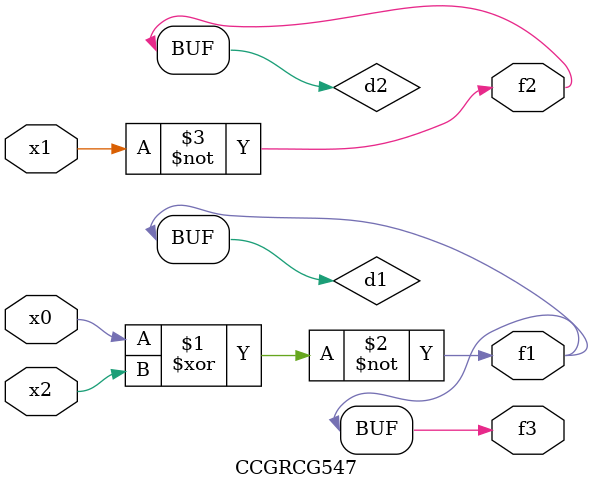
<source format=v>
module CCGRCG547(
	input x0, x1, x2,
	output f1, f2, f3
);

	wire d1, d2, d3;

	xnor (d1, x0, x2);
	nand (d2, x1);
	nor (d3, x1, x2);
	assign f1 = d1;
	assign f2 = d2;
	assign f3 = d1;
endmodule

</source>
